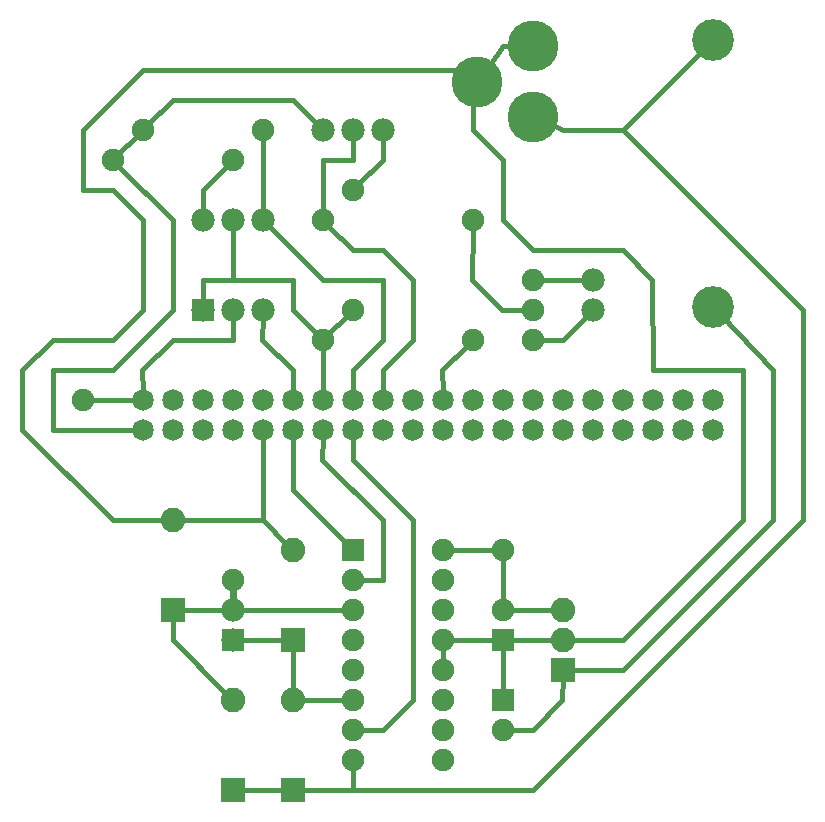
<source format=gbl>
G04 MADE WITH FRITZING*
G04 WWW.FRITZING.ORG*
G04 DOUBLE SIDED*
G04 HOLES PLATED*
G04 CONTOUR ON CENTER OF CONTOUR VECTOR*
%ASAXBY*%
%FSLAX23Y23*%
%MOIN*%
%OFA0B0*%
%SFA1.0B1.0*%
%ADD10C,0.075433*%
%ADD11C,0.170000*%
%ADD12C,0.078000*%
%ADD13C,0.075000*%
%ADD14C,0.071889*%
%ADD15C,0.071917*%
%ADD16C,0.082000*%
%ADD17C,0.138889*%
%ADD18R,0.075000X0.075000*%
%ADD19R,0.082000X0.082000*%
%ADD20R,0.078000X0.078000*%
%ADD21C,0.024000*%
%ADD22C,0.016000*%
%LNCOPPER0*%
G90*
G70*
G54D10*
X799Y833D03*
G54D11*
X1799Y2375D03*
X1799Y2611D03*
X1614Y2493D03*
G54D12*
X1298Y2333D03*
X1198Y2333D03*
X1098Y2333D03*
X698Y2033D03*
X798Y2033D03*
X898Y2033D03*
G54D13*
X1698Y633D03*
X1698Y733D03*
X1698Y433D03*
X1698Y333D03*
X1798Y1633D03*
X1798Y1733D03*
X1798Y1833D03*
X1598Y1633D03*
X1598Y2033D03*
G54D14*
X498Y1333D03*
X598Y1333D03*
X698Y1333D03*
X798Y1333D03*
G54D15*
X898Y1333D03*
G54D14*
X998Y1333D03*
X1098Y1333D03*
X1198Y1333D03*
X1298Y1333D03*
G54D15*
X1398Y1333D03*
G54D14*
X1498Y1333D03*
G54D15*
X1598Y1333D03*
G54D14*
X1698Y1333D03*
X1798Y1333D03*
X1898Y1333D03*
X1998Y1333D03*
G54D15*
X2098Y1333D03*
G54D14*
X2198Y1333D03*
X2298Y1333D03*
X2398Y1333D03*
X2398Y1433D03*
X2298Y1433D03*
X2198Y1433D03*
G54D15*
X2098Y1433D03*
G54D14*
X1998Y1433D03*
X1898Y1433D03*
X1798Y1433D03*
X1698Y1433D03*
G54D15*
X1598Y1433D03*
G54D14*
X1498Y1433D03*
G54D15*
X1398Y1433D03*
G54D14*
X1298Y1433D03*
X1198Y1433D03*
X1098Y1433D03*
X998Y1433D03*
G54D15*
X898Y1433D03*
G54D14*
X798Y1433D03*
X698Y1433D03*
X598Y1433D03*
X498Y1433D03*
G54D12*
X1998Y1733D03*
X1998Y1833D03*
G54D13*
X1198Y1733D03*
X1198Y2133D03*
X1098Y1633D03*
X1098Y2033D03*
G54D16*
X1898Y533D03*
X1898Y633D03*
X1898Y733D03*
G54D13*
X1198Y933D03*
X1498Y933D03*
X1198Y833D03*
X1498Y833D03*
X1198Y733D03*
X1498Y733D03*
X1198Y633D03*
X1498Y633D03*
X1198Y533D03*
X1498Y533D03*
X1198Y433D03*
X1498Y433D03*
X1198Y333D03*
X1498Y333D03*
X1198Y233D03*
X1498Y233D03*
G54D12*
X798Y633D03*
X798Y733D03*
G54D16*
X598Y733D03*
X598Y1031D03*
X998Y633D03*
X998Y931D03*
X798Y133D03*
X798Y431D03*
X998Y133D03*
X998Y431D03*
G54D17*
X2398Y2633D03*
X2398Y1744D03*
G54D13*
X398Y2233D03*
X798Y2233D03*
X498Y2333D03*
X898Y2333D03*
G54D12*
X698Y1733D03*
X798Y1733D03*
X898Y1733D03*
G54D10*
X1698Y933D03*
X298Y1433D03*
G54D18*
X1698Y633D03*
X1698Y433D03*
G54D19*
X1898Y533D03*
G54D18*
X1198Y933D03*
G54D20*
X798Y633D03*
G54D19*
X598Y732D03*
X998Y632D03*
X798Y132D03*
X998Y132D03*
G54D20*
X698Y1733D03*
G54D21*
X799Y804D02*
X798Y763D01*
G54D22*
D02*
X1182Y949D02*
X998Y1132D01*
D02*
X998Y1132D02*
X998Y1305D01*
D02*
X823Y733D02*
X1175Y733D01*
D02*
X998Y458D02*
X998Y606D01*
D02*
X1175Y433D02*
X1025Y431D01*
D02*
X625Y733D02*
X773Y733D01*
D02*
X598Y706D02*
X599Y632D01*
D02*
X599Y632D02*
X779Y450D01*
D02*
X971Y133D02*
X825Y133D01*
D02*
X1199Y134D02*
X1198Y210D01*
D02*
X1025Y133D02*
X1199Y134D01*
D02*
X1521Y633D02*
X1675Y633D01*
D02*
X1698Y610D02*
X1698Y456D01*
D02*
X1871Y633D02*
X1721Y633D01*
D02*
X1721Y733D02*
X1871Y733D01*
D02*
X1700Y2611D02*
X1652Y2545D01*
D02*
X1735Y2611D02*
X1700Y2611D01*
D02*
X1199Y134D02*
X1198Y210D01*
D02*
X2699Y1032D02*
X1799Y132D01*
D02*
X1799Y132D02*
X1199Y134D01*
D02*
X2699Y1733D02*
X2699Y1032D01*
D02*
X2099Y2333D02*
X2699Y1733D01*
D02*
X1899Y2334D02*
X2099Y2333D01*
D02*
X1859Y2351D02*
X1899Y2334D01*
D02*
X1498Y610D02*
X1498Y556D01*
D02*
X2599Y1032D02*
X2599Y1533D01*
D02*
X2599Y1533D02*
X2423Y1718D01*
D02*
X2099Y532D02*
X2599Y1032D01*
D02*
X1925Y533D02*
X2099Y532D01*
D02*
X1497Y1532D02*
X1498Y1461D01*
D02*
X1582Y1617D02*
X1497Y1532D01*
D02*
X1697Y1733D02*
X1775Y1733D01*
D02*
X1597Y1832D02*
X1697Y1733D01*
D02*
X1598Y2010D02*
X1597Y1832D01*
D02*
X1821Y1833D02*
X1973Y1833D01*
D02*
X1898Y1632D02*
X1821Y1633D01*
D02*
X1981Y1716D02*
X1898Y1632D01*
D02*
X2499Y1533D02*
X2199Y1533D01*
D02*
X2098Y633D02*
X2498Y1033D01*
D02*
X2197Y1834D02*
X2098Y1933D01*
D02*
X2199Y1533D02*
X2197Y1834D01*
D02*
X1798Y1933D02*
X1699Y2032D01*
D02*
X1600Y2434D02*
X1599Y2430D01*
D02*
X1600Y2334D02*
X1600Y2434D01*
D02*
X1700Y2231D02*
X1600Y2334D01*
D02*
X1925Y633D02*
X2098Y633D01*
D02*
X1699Y2032D02*
X1700Y2231D01*
D02*
X2498Y1033D02*
X2499Y1533D01*
D02*
X2098Y1933D02*
X1798Y1933D01*
D02*
X898Y2058D02*
X898Y2310D01*
D02*
X698Y2058D02*
X698Y2133D01*
D02*
X698Y2133D02*
X782Y2217D01*
D02*
X1299Y2234D02*
X1214Y2149D01*
D02*
X1298Y2308D02*
X1299Y2234D01*
D02*
X1199Y2234D02*
X1198Y2308D01*
D02*
X1098Y2234D02*
X1199Y2234D01*
D02*
X1098Y2056D02*
X1098Y2234D01*
D02*
X998Y1534D02*
X897Y1632D01*
D02*
X897Y1632D02*
X898Y1708D01*
D02*
X998Y1461D02*
X998Y1534D01*
D02*
X398Y2134D02*
X299Y2134D01*
D02*
X498Y1734D02*
X498Y2032D01*
D02*
X299Y2134D02*
X300Y2334D01*
D02*
X398Y1634D02*
X498Y1734D01*
D02*
X198Y1634D02*
X398Y1634D01*
D02*
X498Y2032D02*
X398Y2134D01*
D02*
X300Y2334D02*
X498Y2532D01*
D02*
X96Y1532D02*
X198Y1634D01*
D02*
X398Y1034D02*
X96Y1332D01*
D02*
X572Y1031D02*
X398Y1034D01*
D02*
X1599Y2534D02*
X1592Y2554D01*
D02*
X96Y1332D02*
X96Y1532D01*
D02*
X898Y1305D02*
X899Y1034D01*
D02*
X899Y1034D02*
X980Y950D01*
D02*
X899Y1034D02*
X898Y1305D01*
D02*
X625Y1031D02*
X899Y1034D01*
D02*
X1698Y910D02*
X1698Y756D01*
D02*
X470Y1433D02*
X321Y1433D01*
D02*
X198Y1332D02*
X470Y1333D01*
D02*
X598Y2033D02*
X598Y1733D01*
D02*
X598Y1733D02*
X398Y1532D01*
D02*
X398Y1532D02*
X198Y1532D01*
D02*
X414Y2217D02*
X598Y2033D01*
D02*
X198Y1532D02*
X198Y1332D01*
D02*
X414Y2249D02*
X482Y2317D01*
D02*
X998Y1732D02*
X999Y1833D01*
D02*
X999Y1833D02*
X798Y1833D01*
D02*
X798Y1833D02*
X798Y2008D01*
D02*
X1082Y1649D02*
X998Y1732D01*
D02*
X1114Y1649D02*
X1182Y1717D01*
D02*
X999Y2433D02*
X598Y2433D01*
D02*
X598Y2433D02*
X514Y2349D01*
D02*
X1081Y2350D02*
X999Y2433D01*
D02*
X1299Y1534D02*
X1298Y1461D01*
D02*
X1399Y1632D02*
X1299Y1534D01*
D02*
X1399Y1832D02*
X1399Y1632D01*
D02*
X1299Y1933D02*
X1399Y1832D01*
D02*
X1199Y1933D02*
X1299Y1933D01*
D02*
X1114Y2017D02*
X1199Y1933D01*
D02*
X798Y1833D02*
X798Y2008D01*
D02*
X698Y1758D02*
X698Y1833D01*
D02*
X698Y1833D02*
X798Y1833D01*
D02*
X598Y1634D02*
X798Y1633D01*
D02*
X798Y1633D02*
X798Y1708D01*
D02*
X497Y1532D02*
X598Y1634D01*
D02*
X498Y1461D02*
X497Y1533D01*
D02*
X1299Y1833D02*
X1099Y1833D01*
D02*
X1299Y1632D02*
X1299Y1833D01*
D02*
X1099Y1833D02*
X915Y2016D01*
D02*
X1199Y1534D02*
X1299Y1632D01*
D02*
X1198Y1461D02*
X1199Y1534D01*
D02*
X1675Y933D02*
X1521Y933D01*
D02*
X1897Y434D02*
X1898Y506D01*
D02*
X1721Y333D02*
X1798Y332D01*
D02*
X1798Y332D02*
X1897Y434D01*
D02*
X1298Y1034D02*
X1097Y1234D01*
D02*
X1097Y1234D02*
X1098Y1305D01*
D02*
X1298Y833D02*
X1298Y1034D01*
D02*
X1221Y833D02*
X1298Y833D01*
D02*
X1399Y1034D02*
X1199Y1234D01*
D02*
X1199Y1234D02*
X1198Y1305D01*
D02*
X1399Y434D02*
X1399Y1034D01*
D02*
X1298Y332D02*
X1399Y434D01*
D02*
X1221Y333D02*
X1298Y332D01*
D02*
X1098Y1610D02*
X1098Y1461D01*
D02*
X2099Y2333D02*
X2373Y2607D01*
D02*
X1859Y2351D02*
X1899Y2334D01*
D02*
X1899Y2334D02*
X2099Y2333D01*
D02*
X971Y633D02*
X823Y633D01*
D02*
X498Y2532D02*
X1599Y2534D01*
G04 End of Copper0*
M02*
</source>
